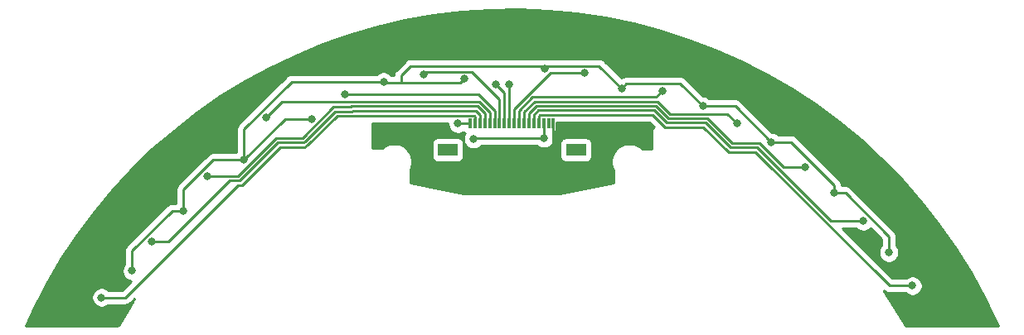
<source format=gtl>
G04 #@! TF.GenerationSoftware,KiCad,Pcbnew,(5.1.6)-1*
G04 #@! TF.CreationDate,2021-05-12T18:04:34+09:00*
G04 #@! TF.ProjectId,FollowingSensor1.0,466f6c6c-6f77-4696-9e67-53656e736f72,rev?*
G04 #@! TF.SameCoordinates,Original*
G04 #@! TF.FileFunction,Copper,L1,Top*
G04 #@! TF.FilePolarity,Positive*
%FSLAX46Y46*%
G04 Gerber Fmt 4.6, Leading zero omitted, Abs format (unit mm)*
G04 Created by KiCad (PCBNEW (5.1.6)-1) date 2021-05-12 18:04:34*
%MOMM*%
%LPD*%
G01*
G04 APERTURE LIST*
G04 #@! TA.AperFunction,SMDPad,CuDef*
%ADD10R,0.300000X1.000000*%
G04 #@! TD*
G04 #@! TA.AperFunction,SMDPad,CuDef*
%ADD11R,2.000000X1.300000*%
G04 #@! TD*
G04 #@! TA.AperFunction,ViaPad*
%ADD12C,0.800000*%
G04 #@! TD*
G04 #@! TA.AperFunction,Conductor*
%ADD13C,0.250000*%
G04 #@! TD*
G04 #@! TA.AperFunction,Conductor*
%ADD14C,0.254000*%
G04 #@! TD*
G04 APERTURE END LIST*
D10*
X153250000Y-79100000D03*
X146250000Y-79100000D03*
X153750000Y-79100000D03*
X146750000Y-79100000D03*
X148250000Y-79100000D03*
X147750000Y-79100000D03*
X152750000Y-79100000D03*
X147250000Y-79100000D03*
X151750000Y-79100000D03*
D11*
X156550000Y-81800000D03*
D10*
X150750000Y-79100000D03*
X149250000Y-79100000D03*
X145750000Y-79100000D03*
X149750000Y-79100000D03*
X151250000Y-79100000D03*
X150250000Y-79100000D03*
D11*
X143450000Y-81800000D03*
D10*
X148750000Y-79100000D03*
X154250000Y-79100000D03*
X152250000Y-79100000D03*
D12*
X153300000Y-80600000D03*
X146100000Y-80700000D03*
X146100000Y-80700000D03*
X124900000Y-78499998D03*
X111223801Y-94176199D03*
X116483945Y-88001557D03*
X122666359Y-82808336D03*
X129537485Y-78637210D03*
X144500000Y-79100000D03*
X145141315Y-74525000D03*
X153387347Y-73487347D03*
X161200000Y-75499992D03*
X169497659Y-77297659D03*
X176500000Y-81000000D03*
X182900000Y-86200000D03*
X188500000Y-92300000D03*
X136899998Y-74800000D03*
X173000000Y-79100000D03*
X149700000Y-75100000D03*
X141000000Y-74100000D03*
X157400000Y-73925010D03*
X150800000Y-82000000D03*
X149900000Y-85500000D03*
X157600000Y-83700000D03*
X142600000Y-83700000D03*
X136300000Y-80900000D03*
X163900000Y-81200000D03*
X150000000Y-67900000D03*
X102300000Y-98700000D03*
X117500000Y-80000000D03*
X136900000Y-69800000D03*
X197900000Y-98600000D03*
X190700000Y-98800000D03*
X109300000Y-98900000D03*
X163600000Y-69800000D03*
X181200000Y-78100000D03*
X191700000Y-89000000D03*
X165400000Y-75724979D03*
X148400000Y-75100000D03*
X133000000Y-76125001D03*
X190900000Y-95700000D03*
X118900000Y-84500000D03*
X185900000Y-89100000D03*
X179962660Y-83537340D03*
X108100000Y-96899999D03*
X113200000Y-91200000D03*
D13*
X153250000Y-79100000D02*
X153250000Y-80550000D01*
X153250000Y-80550000D02*
X153300000Y-80600000D01*
X153300000Y-80600000D02*
X146200000Y-80600000D01*
X146200000Y-80600000D02*
X146100000Y-80700000D01*
X126549987Y-76850011D02*
X124900000Y-78499998D01*
X147750000Y-79100000D02*
X147750000Y-77940768D01*
X147750000Y-77940768D02*
X146659243Y-76850011D01*
X146659243Y-76850011D02*
X126549987Y-76850011D01*
X115325441Y-88001557D02*
X116483945Y-88001557D01*
X111223801Y-92103197D02*
X115325441Y-88001557D01*
X111223801Y-94176199D02*
X111223801Y-92103197D01*
X119518662Y-82808336D02*
X122666359Y-82808336D01*
X116483945Y-88001557D02*
X116483945Y-85843053D01*
X116483945Y-85843053D02*
X119518662Y-82808336D01*
X122666359Y-82808336D02*
X126837485Y-78637210D01*
X126837485Y-78637210D02*
X129537485Y-78637210D01*
X145750000Y-79100000D02*
X144500000Y-79100000D01*
X169497659Y-77297659D02*
X172797659Y-77297659D01*
X172797659Y-77297659D02*
X176500000Y-81000000D01*
X182900000Y-85401678D02*
X182900000Y-86200000D01*
X176500000Y-81000000D02*
X178498322Y-81000000D01*
X178498322Y-81000000D02*
X182900000Y-85401678D01*
X188500000Y-90626998D02*
X188500000Y-92300000D01*
X182900000Y-86200000D02*
X184073002Y-86200000D01*
X184073002Y-86200000D02*
X188500000Y-90626998D01*
X167199978Y-74999978D02*
X169497659Y-77297659D01*
X161700014Y-74999978D02*
X167199978Y-74999978D01*
X161200000Y-75499992D02*
X161700014Y-74999978D01*
X122666359Y-79660637D02*
X127526996Y-74800000D01*
X122666359Y-82808336D02*
X122666359Y-79660637D01*
X127526996Y-74800000D02*
X136899998Y-74800000D01*
X136999998Y-74900000D02*
X136899998Y-74800000D01*
X138850000Y-74900000D02*
X136999998Y-74900000D01*
X153100000Y-73200000D02*
X153387347Y-73487347D01*
X144766315Y-74900000D02*
X138700000Y-74900000D01*
X145141315Y-74525000D02*
X144766315Y-74900000D01*
X139683340Y-73200000D02*
X153100000Y-73200000D01*
X138700000Y-74900000D02*
X138700000Y-74183340D01*
X138700000Y-74183340D02*
X139683340Y-73200000D01*
X153674694Y-73200000D02*
X158900008Y-73200000D01*
X158900008Y-73200000D02*
X161200000Y-75499992D01*
X153387347Y-73487347D02*
X153674694Y-73200000D01*
X166161368Y-78100000D02*
X172000000Y-78100000D01*
X164911379Y-76850011D02*
X166161368Y-78100000D01*
X151250000Y-79100000D02*
X151250000Y-77922820D01*
X172000000Y-78100000D02*
X173000000Y-79100000D01*
X152322809Y-76850011D02*
X164911379Y-76850011D01*
X151250000Y-77922820D02*
X152322809Y-76850011D01*
X149750000Y-79100000D02*
X149750000Y-75150000D01*
X149750000Y-75150000D02*
X149700000Y-75100000D01*
X141300000Y-73800000D02*
X141000000Y-74100000D01*
X145900000Y-73800000D02*
X141300000Y-73800000D01*
X148750000Y-79100000D02*
X148750000Y-76650000D01*
X148750000Y-76650000D02*
X145900000Y-73800000D01*
X150250000Y-77650000D02*
X153974990Y-73925010D01*
X153974990Y-73925010D02*
X157400000Y-73925010D01*
X150250000Y-79100000D02*
X150250000Y-77650000D01*
X154250000Y-79100000D02*
X154250000Y-81650000D01*
X154250000Y-81650000D02*
X153900000Y-82000000D01*
X153900000Y-82000000D02*
X150800000Y-82000000D01*
X150750000Y-77786410D02*
X152136410Y-76400000D01*
X150750000Y-79100000D02*
X150750000Y-77786410D01*
X164724979Y-76400000D02*
X165400000Y-75724979D01*
X152136410Y-76400000D02*
X164724979Y-76400000D01*
X149250000Y-75950000D02*
X148400000Y-75100000D01*
X149250000Y-79100000D02*
X149250000Y-75950000D01*
X148250000Y-79100000D02*
X148250000Y-77804358D01*
X148250000Y-77804358D02*
X146570643Y-76125001D01*
X146570643Y-76125001D02*
X133000000Y-76125001D01*
X164352181Y-78200044D02*
X165602168Y-79450033D01*
X165602168Y-79450033D02*
X169577213Y-79450033D01*
X190334315Y-95700000D02*
X190900000Y-95700000D01*
X152882006Y-78200044D02*
X164352181Y-78200044D01*
X169577213Y-79450033D02*
X172114339Y-81987161D01*
X152750000Y-78332050D02*
X152882006Y-78200044D01*
X152750000Y-79100000D02*
X152750000Y-78332050D01*
X172114339Y-81987161D02*
X172137564Y-82000022D01*
X188563589Y-95700000D02*
X190334315Y-95700000D01*
X174863612Y-82000022D02*
X188563589Y-95700000D01*
X172137564Y-82000022D02*
X174863612Y-82000022D01*
X122000000Y-84500000D02*
X125945252Y-80554748D01*
X147250000Y-78077178D02*
X147250000Y-79100000D01*
X125945252Y-80554748D02*
X128645252Y-80554748D01*
X128645252Y-80554748D02*
X131799977Y-77400023D01*
X133634403Y-77300022D02*
X146472844Y-77300022D01*
X118900000Y-84500000D02*
X122000000Y-84500000D01*
X131799977Y-77400023D02*
X133534402Y-77400023D01*
X146472844Y-77300022D02*
X147250000Y-78077178D01*
X133534402Y-77400023D02*
X133634403Y-77300022D01*
X182600000Y-89100000D02*
X185900000Y-89100000D01*
X175050011Y-81550011D02*
X182600000Y-89100000D01*
X172313600Y-81550011D02*
X175050011Y-81550011D01*
X164538581Y-77750033D02*
X165788568Y-79000022D01*
X152695607Y-77750033D02*
X164538581Y-77750033D01*
X152250000Y-79100000D02*
X152250000Y-78195640D01*
X165788568Y-79000022D02*
X169763612Y-79000022D01*
X152250000Y-78195640D02*
X152695607Y-77750033D01*
X169763612Y-79000022D02*
X172313600Y-81550011D01*
X175300000Y-81100000D02*
X177737340Y-83537340D01*
X172500000Y-81100000D02*
X175300000Y-81100000D01*
X177737340Y-83537340D02*
X179962660Y-83537340D01*
X164724980Y-77300022D02*
X165974968Y-78550011D01*
X165974968Y-78550011D02*
X169950011Y-78550011D01*
X151750000Y-78059230D02*
X152509208Y-77300022D01*
X151750000Y-79100000D02*
X151750000Y-78059230D01*
X169950011Y-78550011D02*
X172500000Y-81100000D01*
X152509208Y-77300022D02*
X164724980Y-77300022D01*
X132172777Y-78300045D02*
X129179394Y-81293427D01*
X122023860Y-85400022D02*
X110523883Y-96899999D01*
X122472800Y-85400022D02*
X122023860Y-85400022D01*
X110523883Y-96899999D02*
X108100000Y-96899999D01*
X129179394Y-81293427D02*
X128786714Y-81496520D01*
X128786714Y-81496520D02*
X126376302Y-81496520D01*
X133932248Y-78274999D02*
X133907202Y-78300045D01*
X126376302Y-81496520D02*
X122472800Y-85400022D01*
X133907202Y-78300045D02*
X132172777Y-78300045D01*
X146160001Y-78274999D02*
X133932248Y-78274999D01*
X146250000Y-78364998D02*
X146160001Y-78274999D01*
X146250000Y-79100000D02*
X146250000Y-78364998D01*
X146750000Y-79100000D02*
X146750000Y-78228587D01*
X122186400Y-84950011D02*
X121149989Y-84950011D01*
X133745848Y-77824988D02*
X133720802Y-77850034D01*
X121149989Y-84950011D02*
X114900000Y-91200000D01*
X131986376Y-77850034D02*
X128910596Y-80925814D01*
X128740354Y-81013863D02*
X126122548Y-81013863D01*
X114900000Y-91200000D02*
X113200000Y-91200000D01*
X146750000Y-78228587D02*
X146346401Y-77824988D01*
X146346401Y-77824988D02*
X133745848Y-77824988D01*
X128910596Y-80925814D02*
X128740354Y-81013863D01*
X126122548Y-81013863D02*
X122186400Y-84950011D01*
X133720802Y-77850034D02*
X131986376Y-77850034D01*
D14*
G36*
X153685141Y-67525876D02*
G01*
X156607561Y-67804391D01*
X159510622Y-68240534D01*
X162385857Y-68833037D01*
X165224851Y-69580163D01*
X168019270Y-70479721D01*
X170760959Y-71529083D01*
X173441872Y-72725169D01*
X176054203Y-74064498D01*
X178590280Y-75543137D01*
X181042669Y-77156753D01*
X183404215Y-78900635D01*
X185668004Y-80769679D01*
X187827394Y-82758401D01*
X189876081Y-84860997D01*
X191808062Y-87071302D01*
X193617689Y-89382857D01*
X195299662Y-91788894D01*
X196849054Y-94282361D01*
X198261335Y-96855969D01*
X199534581Y-99506785D01*
X199660913Y-99799420D01*
X190362398Y-99799420D01*
X190275665Y-99790916D01*
X190226811Y-99776166D01*
X190181752Y-99752208D01*
X190142205Y-99719954D01*
X190097408Y-99665804D01*
X190083299Y-99642669D01*
X189450765Y-98528340D01*
X189443455Y-98516307D01*
X189434173Y-98500552D01*
X188015205Y-96238866D01*
X188014494Y-96237804D01*
X188013838Y-96236695D01*
X187990943Y-96202629D01*
X187989766Y-96200979D01*
X187999790Y-96211003D01*
X188023588Y-96240001D01*
X188052586Y-96263799D01*
X188139312Y-96334974D01*
X188249522Y-96393883D01*
X188271342Y-96405546D01*
X188414603Y-96449003D01*
X188526256Y-96460000D01*
X188526265Y-96460000D01*
X188563588Y-96463676D01*
X188600911Y-96460000D01*
X190196289Y-96460000D01*
X190240226Y-96503937D01*
X190409744Y-96617205D01*
X190598102Y-96695226D01*
X190798061Y-96735000D01*
X191001939Y-96735000D01*
X191201898Y-96695226D01*
X191390256Y-96617205D01*
X191559774Y-96503937D01*
X191703937Y-96359774D01*
X191817205Y-96190256D01*
X191895226Y-96001898D01*
X191935000Y-95801939D01*
X191935000Y-95598061D01*
X191895226Y-95398102D01*
X191817205Y-95209744D01*
X191703937Y-95040226D01*
X191559774Y-94896063D01*
X191390256Y-94782795D01*
X191201898Y-94704774D01*
X191001939Y-94665000D01*
X190798061Y-94665000D01*
X190598102Y-94704774D01*
X190409744Y-94782795D01*
X190240226Y-94896063D01*
X190196289Y-94940000D01*
X188878391Y-94940000D01*
X183798391Y-89860000D01*
X185196289Y-89860000D01*
X185240226Y-89903937D01*
X185409744Y-90017205D01*
X185598102Y-90095226D01*
X185798061Y-90135000D01*
X186001939Y-90135000D01*
X186201898Y-90095226D01*
X186390256Y-90017205D01*
X186559774Y-89903937D01*
X186630956Y-89832755D01*
X187740000Y-90941800D01*
X187740001Y-91596288D01*
X187696063Y-91640226D01*
X187582795Y-91809744D01*
X187504774Y-91998102D01*
X187465000Y-92198061D01*
X187465000Y-92401939D01*
X187504774Y-92601898D01*
X187582795Y-92790256D01*
X187696063Y-92959774D01*
X187840226Y-93103937D01*
X188009744Y-93217205D01*
X188198102Y-93295226D01*
X188398061Y-93335000D01*
X188601939Y-93335000D01*
X188801898Y-93295226D01*
X188990256Y-93217205D01*
X189159774Y-93103937D01*
X189303937Y-92959774D01*
X189417205Y-92790256D01*
X189495226Y-92601898D01*
X189535000Y-92401939D01*
X189535000Y-92198061D01*
X189495226Y-91998102D01*
X189417205Y-91809744D01*
X189303937Y-91640226D01*
X189260000Y-91596289D01*
X189260000Y-90664331D01*
X189263677Y-90626998D01*
X189249003Y-90478012D01*
X189205546Y-90334751D01*
X189134974Y-90202722D01*
X189063799Y-90115995D01*
X189040001Y-90086997D01*
X189011004Y-90063200D01*
X184636806Y-85689003D01*
X184613003Y-85659999D01*
X184497278Y-85565026D01*
X184365249Y-85494454D01*
X184221988Y-85450997D01*
X184110335Y-85440000D01*
X184110324Y-85440000D01*
X184073002Y-85436324D01*
X184035680Y-85440000D01*
X183660000Y-85440000D01*
X183660000Y-85439003D01*
X183663676Y-85401678D01*
X183660000Y-85364353D01*
X183660000Y-85364345D01*
X183649003Y-85252692D01*
X183605546Y-85109431D01*
X183534974Y-84977402D01*
X183440001Y-84861677D01*
X183411004Y-84837880D01*
X179062126Y-80489003D01*
X179038323Y-80459999D01*
X178922598Y-80365026D01*
X178790569Y-80294454D01*
X178647308Y-80250997D01*
X178535655Y-80240000D01*
X178535644Y-80240000D01*
X178498322Y-80236324D01*
X178461000Y-80240000D01*
X177203711Y-80240000D01*
X177159774Y-80196063D01*
X176990256Y-80082795D01*
X176801898Y-80004774D01*
X176601939Y-79965000D01*
X176539802Y-79965000D01*
X173361463Y-76786662D01*
X173337660Y-76757658D01*
X173221935Y-76662685D01*
X173089906Y-76592113D01*
X172946645Y-76548656D01*
X172834992Y-76537659D01*
X172834981Y-76537659D01*
X172797659Y-76533983D01*
X172760337Y-76537659D01*
X170201370Y-76537659D01*
X170157433Y-76493722D01*
X169987915Y-76380454D01*
X169799557Y-76302433D01*
X169599598Y-76262659D01*
X169537461Y-76262659D01*
X167763782Y-74488981D01*
X167739979Y-74459977D01*
X167624254Y-74365004D01*
X167492225Y-74294432D01*
X167348964Y-74250975D01*
X167237311Y-74239978D01*
X167237300Y-74239978D01*
X167199978Y-74236302D01*
X167162656Y-74239978D01*
X161737347Y-74239978D01*
X161700014Y-74236301D01*
X161662681Y-74239978D01*
X161551028Y-74250975D01*
X161407767Y-74294432D01*
X161275738Y-74365004D01*
X161201082Y-74426272D01*
X159463812Y-72689003D01*
X159440009Y-72659999D01*
X159324284Y-72565026D01*
X159192255Y-72494454D01*
X159048994Y-72450997D01*
X158937341Y-72440000D01*
X158937330Y-72440000D01*
X158900008Y-72436324D01*
X158862686Y-72440000D01*
X153712016Y-72440000D01*
X153674693Y-72436324D01*
X153637370Y-72440000D01*
X153637361Y-72440000D01*
X153525708Y-72450997D01*
X153508596Y-72456188D01*
X153489286Y-72452347D01*
X153285408Y-72452347D01*
X153266098Y-72456188D01*
X153248986Y-72450997D01*
X153137333Y-72440000D01*
X153137322Y-72440000D01*
X153100000Y-72436324D01*
X153062678Y-72440000D01*
X139720665Y-72440000D01*
X139683340Y-72436324D01*
X139646015Y-72440000D01*
X139646007Y-72440000D01*
X139534354Y-72450997D01*
X139391093Y-72494454D01*
X139259064Y-72565026D01*
X139143339Y-72659999D01*
X139119541Y-72688997D01*
X138188998Y-73619541D01*
X138160000Y-73643339D01*
X138136202Y-73672337D01*
X138136201Y-73672338D01*
X138065026Y-73759064D01*
X137994454Y-73891094D01*
X137989727Y-73906679D01*
X137950997Y-74034354D01*
X137940592Y-74140000D01*
X137703709Y-74140000D01*
X137559772Y-73996063D01*
X137390254Y-73882795D01*
X137201896Y-73804774D01*
X137001937Y-73765000D01*
X136798059Y-73765000D01*
X136598100Y-73804774D01*
X136409742Y-73882795D01*
X136240224Y-73996063D01*
X136196287Y-74040000D01*
X127564321Y-74040000D01*
X127526996Y-74036324D01*
X127489671Y-74040000D01*
X127489663Y-74040000D01*
X127378010Y-74050997D01*
X127234749Y-74094454D01*
X127102720Y-74165026D01*
X126986995Y-74259999D01*
X126963197Y-74288997D01*
X122155357Y-79096838D01*
X122126359Y-79120636D01*
X122102561Y-79149634D01*
X122102560Y-79149635D01*
X122031385Y-79236361D01*
X121960813Y-79368391D01*
X121940860Y-79434170D01*
X121917357Y-79511651D01*
X121910567Y-79580594D01*
X121902683Y-79660637D01*
X121906360Y-79697969D01*
X121906359Y-82048336D01*
X119555985Y-82048336D01*
X119518662Y-82044660D01*
X119481339Y-82048336D01*
X119481329Y-82048336D01*
X119369676Y-82059333D01*
X119235613Y-82100000D01*
X119226415Y-82102790D01*
X119094385Y-82173362D01*
X119040807Y-82217333D01*
X118978661Y-82268335D01*
X118954863Y-82297333D01*
X115972943Y-85279254D01*
X115943945Y-85303052D01*
X115920147Y-85332050D01*
X115920146Y-85332051D01*
X115848971Y-85418777D01*
X115778399Y-85550807D01*
X115759334Y-85613658D01*
X115734943Y-85694067D01*
X115726903Y-85775701D01*
X115720269Y-85843053D01*
X115723946Y-85880385D01*
X115723945Y-87241557D01*
X115362764Y-87241557D01*
X115325441Y-87237881D01*
X115288118Y-87241557D01*
X115288108Y-87241557D01*
X115176455Y-87252554D01*
X115042474Y-87293196D01*
X115033194Y-87296011D01*
X114901164Y-87366583D01*
X114830997Y-87424168D01*
X114785440Y-87461556D01*
X114761642Y-87490554D01*
X110712799Y-91539398D01*
X110683801Y-91563196D01*
X110660003Y-91592194D01*
X110660002Y-91592195D01*
X110588827Y-91678921D01*
X110518255Y-91810951D01*
X110495474Y-91886053D01*
X110474799Y-91954211D01*
X110463905Y-92064816D01*
X110460125Y-92103197D01*
X110463802Y-92140529D01*
X110463801Y-93472488D01*
X110419864Y-93516425D01*
X110306596Y-93685943D01*
X110228575Y-93874301D01*
X110188801Y-94074260D01*
X110188801Y-94278138D01*
X110228575Y-94478097D01*
X110306596Y-94666455D01*
X110419864Y-94835973D01*
X110564027Y-94980136D01*
X110733545Y-95093404D01*
X110921903Y-95171425D01*
X111121862Y-95211199D01*
X111137882Y-95211199D01*
X110209082Y-96139999D01*
X108803711Y-96139999D01*
X108759774Y-96096062D01*
X108590256Y-95982794D01*
X108401898Y-95904773D01*
X108201939Y-95864999D01*
X107998061Y-95864999D01*
X107798102Y-95904773D01*
X107609744Y-95982794D01*
X107440226Y-96096062D01*
X107296063Y-96240225D01*
X107182795Y-96409743D01*
X107104774Y-96598101D01*
X107065000Y-96798060D01*
X107065000Y-97001938D01*
X107104774Y-97201897D01*
X107182795Y-97390255D01*
X107296063Y-97559773D01*
X107440226Y-97703936D01*
X107609744Y-97817204D01*
X107798102Y-97895225D01*
X107998061Y-97934999D01*
X108201939Y-97934999D01*
X108401898Y-97895225D01*
X108590256Y-97817204D01*
X108759774Y-97703936D01*
X108803711Y-97659999D01*
X110486561Y-97659999D01*
X110523883Y-97663675D01*
X110561205Y-97659999D01*
X110561216Y-97659999D01*
X110672869Y-97649002D01*
X110816130Y-97605545D01*
X110948159Y-97534973D01*
X111063884Y-97440000D01*
X111087687Y-97410996D01*
X111495275Y-97003408D01*
X111293260Y-97304518D01*
X111292580Y-97305600D01*
X111291834Y-97306651D01*
X111270048Y-97341437D01*
X109929319Y-99621390D01*
X109873976Y-99702344D01*
X109837539Y-99738078D01*
X109794860Y-99766051D01*
X109747561Y-99785202D01*
X109678538Y-99798422D01*
X109656731Y-99799420D01*
X100356141Y-99799420D01*
X101100831Y-98138067D01*
X102444711Y-95528091D01*
X103927777Y-92994594D01*
X105545673Y-90545021D01*
X107293672Y-88186524D01*
X109166652Y-85926018D01*
X111159148Y-83770093D01*
X113265316Y-81725077D01*
X115478994Y-79796954D01*
X117793700Y-77991367D01*
X120202660Y-76313601D01*
X122698838Y-74768557D01*
X125274911Y-73360768D01*
X127923336Y-72094354D01*
X130636384Y-70973013D01*
X133406103Y-70000030D01*
X136224385Y-69178254D01*
X139082969Y-68510094D01*
X141973536Y-67997495D01*
X144887571Y-67641967D01*
X147816567Y-67444547D01*
X150751959Y-67405812D01*
X153685141Y-67525876D01*
G37*
X153685141Y-67525876D02*
X156607561Y-67804391D01*
X159510622Y-68240534D01*
X162385857Y-68833037D01*
X165224851Y-69580163D01*
X168019270Y-70479721D01*
X170760959Y-71529083D01*
X173441872Y-72725169D01*
X176054203Y-74064498D01*
X178590280Y-75543137D01*
X181042669Y-77156753D01*
X183404215Y-78900635D01*
X185668004Y-80769679D01*
X187827394Y-82758401D01*
X189876081Y-84860997D01*
X191808062Y-87071302D01*
X193617689Y-89382857D01*
X195299662Y-91788894D01*
X196849054Y-94282361D01*
X198261335Y-96855969D01*
X199534581Y-99506785D01*
X199660913Y-99799420D01*
X190362398Y-99799420D01*
X190275665Y-99790916D01*
X190226811Y-99776166D01*
X190181752Y-99752208D01*
X190142205Y-99719954D01*
X190097408Y-99665804D01*
X190083299Y-99642669D01*
X189450765Y-98528340D01*
X189443455Y-98516307D01*
X189434173Y-98500552D01*
X188015205Y-96238866D01*
X188014494Y-96237804D01*
X188013838Y-96236695D01*
X187990943Y-96202629D01*
X187989766Y-96200979D01*
X187999790Y-96211003D01*
X188023588Y-96240001D01*
X188052586Y-96263799D01*
X188139312Y-96334974D01*
X188249522Y-96393883D01*
X188271342Y-96405546D01*
X188414603Y-96449003D01*
X188526256Y-96460000D01*
X188526265Y-96460000D01*
X188563588Y-96463676D01*
X188600911Y-96460000D01*
X190196289Y-96460000D01*
X190240226Y-96503937D01*
X190409744Y-96617205D01*
X190598102Y-96695226D01*
X190798061Y-96735000D01*
X191001939Y-96735000D01*
X191201898Y-96695226D01*
X191390256Y-96617205D01*
X191559774Y-96503937D01*
X191703937Y-96359774D01*
X191817205Y-96190256D01*
X191895226Y-96001898D01*
X191935000Y-95801939D01*
X191935000Y-95598061D01*
X191895226Y-95398102D01*
X191817205Y-95209744D01*
X191703937Y-95040226D01*
X191559774Y-94896063D01*
X191390256Y-94782795D01*
X191201898Y-94704774D01*
X191001939Y-94665000D01*
X190798061Y-94665000D01*
X190598102Y-94704774D01*
X190409744Y-94782795D01*
X190240226Y-94896063D01*
X190196289Y-94940000D01*
X188878391Y-94940000D01*
X183798391Y-89860000D01*
X185196289Y-89860000D01*
X185240226Y-89903937D01*
X185409744Y-90017205D01*
X185598102Y-90095226D01*
X185798061Y-90135000D01*
X186001939Y-90135000D01*
X186201898Y-90095226D01*
X186390256Y-90017205D01*
X186559774Y-89903937D01*
X186630956Y-89832755D01*
X187740000Y-90941800D01*
X187740001Y-91596288D01*
X187696063Y-91640226D01*
X187582795Y-91809744D01*
X187504774Y-91998102D01*
X187465000Y-92198061D01*
X187465000Y-92401939D01*
X187504774Y-92601898D01*
X187582795Y-92790256D01*
X187696063Y-92959774D01*
X187840226Y-93103937D01*
X188009744Y-93217205D01*
X188198102Y-93295226D01*
X188398061Y-93335000D01*
X188601939Y-93335000D01*
X188801898Y-93295226D01*
X188990256Y-93217205D01*
X189159774Y-93103937D01*
X189303937Y-92959774D01*
X189417205Y-92790256D01*
X189495226Y-92601898D01*
X189535000Y-92401939D01*
X189535000Y-92198061D01*
X189495226Y-91998102D01*
X189417205Y-91809744D01*
X189303937Y-91640226D01*
X189260000Y-91596289D01*
X189260000Y-90664331D01*
X189263677Y-90626998D01*
X189249003Y-90478012D01*
X189205546Y-90334751D01*
X189134974Y-90202722D01*
X189063799Y-90115995D01*
X189040001Y-90086997D01*
X189011004Y-90063200D01*
X184636806Y-85689003D01*
X184613003Y-85659999D01*
X184497278Y-85565026D01*
X184365249Y-85494454D01*
X184221988Y-85450997D01*
X184110335Y-85440000D01*
X184110324Y-85440000D01*
X184073002Y-85436324D01*
X184035680Y-85440000D01*
X183660000Y-85440000D01*
X183660000Y-85439003D01*
X183663676Y-85401678D01*
X183660000Y-85364353D01*
X183660000Y-85364345D01*
X183649003Y-85252692D01*
X183605546Y-85109431D01*
X183534974Y-84977402D01*
X183440001Y-84861677D01*
X183411004Y-84837880D01*
X179062126Y-80489003D01*
X179038323Y-80459999D01*
X178922598Y-80365026D01*
X178790569Y-80294454D01*
X178647308Y-80250997D01*
X178535655Y-80240000D01*
X178535644Y-80240000D01*
X178498322Y-80236324D01*
X178461000Y-80240000D01*
X177203711Y-80240000D01*
X177159774Y-80196063D01*
X176990256Y-80082795D01*
X176801898Y-80004774D01*
X176601939Y-79965000D01*
X176539802Y-79965000D01*
X173361463Y-76786662D01*
X173337660Y-76757658D01*
X173221935Y-76662685D01*
X173089906Y-76592113D01*
X172946645Y-76548656D01*
X172834992Y-76537659D01*
X172834981Y-76537659D01*
X172797659Y-76533983D01*
X172760337Y-76537659D01*
X170201370Y-76537659D01*
X170157433Y-76493722D01*
X169987915Y-76380454D01*
X169799557Y-76302433D01*
X169599598Y-76262659D01*
X169537461Y-76262659D01*
X167763782Y-74488981D01*
X167739979Y-74459977D01*
X167624254Y-74365004D01*
X167492225Y-74294432D01*
X167348964Y-74250975D01*
X167237311Y-74239978D01*
X167237300Y-74239978D01*
X167199978Y-74236302D01*
X167162656Y-74239978D01*
X161737347Y-74239978D01*
X161700014Y-74236301D01*
X161662681Y-74239978D01*
X161551028Y-74250975D01*
X161407767Y-74294432D01*
X161275738Y-74365004D01*
X161201082Y-74426272D01*
X159463812Y-72689003D01*
X159440009Y-72659999D01*
X159324284Y-72565026D01*
X159192255Y-72494454D01*
X159048994Y-72450997D01*
X158937341Y-72440000D01*
X158937330Y-72440000D01*
X158900008Y-72436324D01*
X158862686Y-72440000D01*
X153712016Y-72440000D01*
X153674693Y-72436324D01*
X153637370Y-72440000D01*
X153637361Y-72440000D01*
X153525708Y-72450997D01*
X153508596Y-72456188D01*
X153489286Y-72452347D01*
X153285408Y-72452347D01*
X153266098Y-72456188D01*
X153248986Y-72450997D01*
X153137333Y-72440000D01*
X153137322Y-72440000D01*
X153100000Y-72436324D01*
X153062678Y-72440000D01*
X139720665Y-72440000D01*
X139683340Y-72436324D01*
X139646015Y-72440000D01*
X139646007Y-72440000D01*
X139534354Y-72450997D01*
X139391093Y-72494454D01*
X139259064Y-72565026D01*
X139143339Y-72659999D01*
X139119541Y-72688997D01*
X138188998Y-73619541D01*
X138160000Y-73643339D01*
X138136202Y-73672337D01*
X138136201Y-73672338D01*
X138065026Y-73759064D01*
X137994454Y-73891094D01*
X137989727Y-73906679D01*
X137950997Y-74034354D01*
X137940592Y-74140000D01*
X137703709Y-74140000D01*
X137559772Y-73996063D01*
X137390254Y-73882795D01*
X137201896Y-73804774D01*
X137001937Y-73765000D01*
X136798059Y-73765000D01*
X136598100Y-73804774D01*
X136409742Y-73882795D01*
X136240224Y-73996063D01*
X136196287Y-74040000D01*
X127564321Y-74040000D01*
X127526996Y-74036324D01*
X127489671Y-74040000D01*
X127489663Y-74040000D01*
X127378010Y-74050997D01*
X127234749Y-74094454D01*
X127102720Y-74165026D01*
X126986995Y-74259999D01*
X126963197Y-74288997D01*
X122155357Y-79096838D01*
X122126359Y-79120636D01*
X122102561Y-79149634D01*
X122102560Y-79149635D01*
X122031385Y-79236361D01*
X121960813Y-79368391D01*
X121940860Y-79434170D01*
X121917357Y-79511651D01*
X121910567Y-79580594D01*
X121902683Y-79660637D01*
X121906360Y-79697969D01*
X121906359Y-82048336D01*
X119555985Y-82048336D01*
X119518662Y-82044660D01*
X119481339Y-82048336D01*
X119481329Y-82048336D01*
X119369676Y-82059333D01*
X119235613Y-82100000D01*
X119226415Y-82102790D01*
X119094385Y-82173362D01*
X119040807Y-82217333D01*
X118978661Y-82268335D01*
X118954863Y-82297333D01*
X115972943Y-85279254D01*
X115943945Y-85303052D01*
X115920147Y-85332050D01*
X115920146Y-85332051D01*
X115848971Y-85418777D01*
X115778399Y-85550807D01*
X115759334Y-85613658D01*
X115734943Y-85694067D01*
X115726903Y-85775701D01*
X115720269Y-85843053D01*
X115723946Y-85880385D01*
X115723945Y-87241557D01*
X115362764Y-87241557D01*
X115325441Y-87237881D01*
X115288118Y-87241557D01*
X115288108Y-87241557D01*
X115176455Y-87252554D01*
X115042474Y-87293196D01*
X115033194Y-87296011D01*
X114901164Y-87366583D01*
X114830997Y-87424168D01*
X114785440Y-87461556D01*
X114761642Y-87490554D01*
X110712799Y-91539398D01*
X110683801Y-91563196D01*
X110660003Y-91592194D01*
X110660002Y-91592195D01*
X110588827Y-91678921D01*
X110518255Y-91810951D01*
X110495474Y-91886053D01*
X110474799Y-91954211D01*
X110463905Y-92064816D01*
X110460125Y-92103197D01*
X110463802Y-92140529D01*
X110463801Y-93472488D01*
X110419864Y-93516425D01*
X110306596Y-93685943D01*
X110228575Y-93874301D01*
X110188801Y-94074260D01*
X110188801Y-94278138D01*
X110228575Y-94478097D01*
X110306596Y-94666455D01*
X110419864Y-94835973D01*
X110564027Y-94980136D01*
X110733545Y-95093404D01*
X110921903Y-95171425D01*
X111121862Y-95211199D01*
X111137882Y-95211199D01*
X110209082Y-96139999D01*
X108803711Y-96139999D01*
X108759774Y-96096062D01*
X108590256Y-95982794D01*
X108401898Y-95904773D01*
X108201939Y-95864999D01*
X107998061Y-95864999D01*
X107798102Y-95904773D01*
X107609744Y-95982794D01*
X107440226Y-96096062D01*
X107296063Y-96240225D01*
X107182795Y-96409743D01*
X107104774Y-96598101D01*
X107065000Y-96798060D01*
X107065000Y-97001938D01*
X107104774Y-97201897D01*
X107182795Y-97390255D01*
X107296063Y-97559773D01*
X107440226Y-97703936D01*
X107609744Y-97817204D01*
X107798102Y-97895225D01*
X107998061Y-97934999D01*
X108201939Y-97934999D01*
X108401898Y-97895225D01*
X108590256Y-97817204D01*
X108759774Y-97703936D01*
X108803711Y-97659999D01*
X110486561Y-97659999D01*
X110523883Y-97663675D01*
X110561205Y-97659999D01*
X110561216Y-97659999D01*
X110672869Y-97649002D01*
X110816130Y-97605545D01*
X110948159Y-97534973D01*
X111063884Y-97440000D01*
X111087687Y-97410996D01*
X111495275Y-97003408D01*
X111293260Y-97304518D01*
X111292580Y-97305600D01*
X111291834Y-97306651D01*
X111270048Y-97341437D01*
X109929319Y-99621390D01*
X109873976Y-99702344D01*
X109837539Y-99738078D01*
X109794860Y-99766051D01*
X109747561Y-99785202D01*
X109678538Y-99798422D01*
X109656731Y-99799420D01*
X100356141Y-99799420D01*
X101100831Y-98138067D01*
X102444711Y-95528091D01*
X103927777Y-92994594D01*
X105545673Y-90545021D01*
X107293672Y-88186524D01*
X109166652Y-85926018D01*
X111159148Y-83770093D01*
X113265316Y-81725077D01*
X115478994Y-79796954D01*
X117793700Y-77991367D01*
X120202660Y-76313601D01*
X122698838Y-74768557D01*
X125274911Y-73360768D01*
X127923336Y-72094354D01*
X130636384Y-70973013D01*
X133406103Y-70000030D01*
X136224385Y-69178254D01*
X139082969Y-68510094D01*
X141973536Y-67997495D01*
X144887571Y-67641967D01*
X147816567Y-67444547D01*
X150751959Y-67405812D01*
X153685141Y-67525876D01*
G36*
X164520237Y-79442903D02*
G01*
X164477762Y-79477762D01*
X164385913Y-79589680D01*
X164317663Y-79717367D01*
X164275635Y-79855915D01*
X164261444Y-80000000D01*
X164265001Y-80036115D01*
X164265001Y-81673000D01*
X163283734Y-81673000D01*
X163176800Y-81566066D01*
X162874441Y-81364036D01*
X162538478Y-81224876D01*
X162181822Y-81153932D01*
X161818178Y-81153932D01*
X161461522Y-81224876D01*
X161125559Y-81364036D01*
X160823200Y-81566066D01*
X160566066Y-81823200D01*
X160364036Y-82125559D01*
X160224876Y-82461522D01*
X160153932Y-82818178D01*
X160153932Y-83181822D01*
X160224876Y-83538478D01*
X160364036Y-83874441D01*
X160373000Y-83887857D01*
X160373000Y-85175844D01*
X154927221Y-86265000D01*
X145072784Y-86265000D01*
X139627000Y-85175844D01*
X139627000Y-83887857D01*
X139635964Y-83874441D01*
X139775124Y-83538478D01*
X139846068Y-83181822D01*
X139846068Y-82818178D01*
X139775124Y-82461522D01*
X139635964Y-82125559D01*
X139433934Y-81823200D01*
X139176800Y-81566066D01*
X138874441Y-81364036D01*
X138538478Y-81224876D01*
X138181822Y-81153932D01*
X137818178Y-81153932D01*
X137461522Y-81224876D01*
X137125559Y-81364036D01*
X136823200Y-81566066D01*
X136816266Y-81573000D01*
X135735000Y-81573000D01*
X135735000Y-81150000D01*
X141811928Y-81150000D01*
X141811928Y-82450000D01*
X141824188Y-82574482D01*
X141860498Y-82694180D01*
X141919463Y-82804494D01*
X141998815Y-82901185D01*
X142095506Y-82980537D01*
X142205820Y-83039502D01*
X142325518Y-83075812D01*
X142450000Y-83088072D01*
X144450000Y-83088072D01*
X144574482Y-83075812D01*
X144694180Y-83039502D01*
X144804494Y-82980537D01*
X144901185Y-82901185D01*
X144980537Y-82804494D01*
X145039502Y-82694180D01*
X145075812Y-82574482D01*
X145088072Y-82450000D01*
X145088072Y-81150000D01*
X145075812Y-81025518D01*
X145039502Y-80905820D01*
X144980537Y-80795506D01*
X144901185Y-80698815D01*
X144804494Y-80619463D01*
X144694180Y-80560498D01*
X144574482Y-80524188D01*
X144450000Y-80511928D01*
X142450000Y-80511928D01*
X142325518Y-80524188D01*
X142205820Y-80560498D01*
X142095506Y-80619463D01*
X141998815Y-80698815D01*
X141919463Y-80795506D01*
X141860498Y-80905820D01*
X141824188Y-81025518D01*
X141811928Y-81150000D01*
X135735000Y-81150000D01*
X135735000Y-80036105D01*
X135738556Y-80000000D01*
X135727000Y-79882669D01*
X135727000Y-79034999D01*
X143465000Y-79034999D01*
X143465000Y-79201939D01*
X143504774Y-79401898D01*
X143582795Y-79590256D01*
X143696063Y-79759774D01*
X143840226Y-79903937D01*
X144009744Y-80017205D01*
X144198102Y-80095226D01*
X144398061Y-80135000D01*
X144601939Y-80135000D01*
X144801898Y-80095226D01*
X144990256Y-80017205D01*
X145074650Y-79960815D01*
X145148815Y-80051185D01*
X145239185Y-80125350D01*
X145182795Y-80209744D01*
X145104774Y-80398102D01*
X145065000Y-80598061D01*
X145065000Y-80801939D01*
X145104774Y-81001898D01*
X145182795Y-81190256D01*
X145296063Y-81359774D01*
X145440226Y-81503937D01*
X145609744Y-81617205D01*
X145798102Y-81695226D01*
X145998061Y-81735000D01*
X146201939Y-81735000D01*
X146401898Y-81695226D01*
X146590256Y-81617205D01*
X146759774Y-81503937D01*
X146903711Y-81360000D01*
X152596289Y-81360000D01*
X152640226Y-81403937D01*
X152809744Y-81517205D01*
X152998102Y-81595226D01*
X153198061Y-81635000D01*
X153401939Y-81635000D01*
X153601898Y-81595226D01*
X153790256Y-81517205D01*
X153959774Y-81403937D01*
X154103937Y-81259774D01*
X154177285Y-81150000D01*
X154911928Y-81150000D01*
X154911928Y-82450000D01*
X154924188Y-82574482D01*
X154960498Y-82694180D01*
X155019463Y-82804494D01*
X155098815Y-82901185D01*
X155195506Y-82980537D01*
X155305820Y-83039502D01*
X155425518Y-83075812D01*
X155550000Y-83088072D01*
X157550000Y-83088072D01*
X157674482Y-83075812D01*
X157794180Y-83039502D01*
X157904494Y-82980537D01*
X158001185Y-82901185D01*
X158080537Y-82804494D01*
X158139502Y-82694180D01*
X158175812Y-82574482D01*
X158188072Y-82450000D01*
X158188072Y-81150000D01*
X158175812Y-81025518D01*
X158139502Y-80905820D01*
X158080537Y-80795506D01*
X158001185Y-80698815D01*
X157904494Y-80619463D01*
X157794180Y-80560498D01*
X157674482Y-80524188D01*
X157550000Y-80511928D01*
X155550000Y-80511928D01*
X155425518Y-80524188D01*
X155305820Y-80560498D01*
X155195506Y-80619463D01*
X155098815Y-80698815D01*
X155019463Y-80795506D01*
X154960498Y-80905820D01*
X154924188Y-81025518D01*
X154911928Y-81150000D01*
X154177285Y-81150000D01*
X154217205Y-81090256D01*
X154295226Y-80901898D01*
X154335000Y-80701939D01*
X154335000Y-80498061D01*
X154295226Y-80298102D01*
X154231016Y-80143086D01*
X154254494Y-80130537D01*
X154351185Y-80051185D01*
X154430537Y-79954494D01*
X154489502Y-79844180D01*
X154525812Y-79724482D01*
X154538072Y-79600000D01*
X154538072Y-78960044D01*
X164037379Y-78960044D01*
X164520237Y-79442903D01*
G37*
X164520237Y-79442903D02*
X164477762Y-79477762D01*
X164385913Y-79589680D01*
X164317663Y-79717367D01*
X164275635Y-79855915D01*
X164261444Y-80000000D01*
X164265001Y-80036115D01*
X164265001Y-81673000D01*
X163283734Y-81673000D01*
X163176800Y-81566066D01*
X162874441Y-81364036D01*
X162538478Y-81224876D01*
X162181822Y-81153932D01*
X161818178Y-81153932D01*
X161461522Y-81224876D01*
X161125559Y-81364036D01*
X160823200Y-81566066D01*
X160566066Y-81823200D01*
X160364036Y-82125559D01*
X160224876Y-82461522D01*
X160153932Y-82818178D01*
X160153932Y-83181822D01*
X160224876Y-83538478D01*
X160364036Y-83874441D01*
X160373000Y-83887857D01*
X160373000Y-85175844D01*
X154927221Y-86265000D01*
X145072784Y-86265000D01*
X139627000Y-85175844D01*
X139627000Y-83887857D01*
X139635964Y-83874441D01*
X139775124Y-83538478D01*
X139846068Y-83181822D01*
X139846068Y-82818178D01*
X139775124Y-82461522D01*
X139635964Y-82125559D01*
X139433934Y-81823200D01*
X139176800Y-81566066D01*
X138874441Y-81364036D01*
X138538478Y-81224876D01*
X138181822Y-81153932D01*
X137818178Y-81153932D01*
X137461522Y-81224876D01*
X137125559Y-81364036D01*
X136823200Y-81566066D01*
X136816266Y-81573000D01*
X135735000Y-81573000D01*
X135735000Y-81150000D01*
X141811928Y-81150000D01*
X141811928Y-82450000D01*
X141824188Y-82574482D01*
X141860498Y-82694180D01*
X141919463Y-82804494D01*
X141998815Y-82901185D01*
X142095506Y-82980537D01*
X142205820Y-83039502D01*
X142325518Y-83075812D01*
X142450000Y-83088072D01*
X144450000Y-83088072D01*
X144574482Y-83075812D01*
X144694180Y-83039502D01*
X144804494Y-82980537D01*
X144901185Y-82901185D01*
X144980537Y-82804494D01*
X145039502Y-82694180D01*
X145075812Y-82574482D01*
X145088072Y-82450000D01*
X145088072Y-81150000D01*
X145075812Y-81025518D01*
X145039502Y-80905820D01*
X144980537Y-80795506D01*
X144901185Y-80698815D01*
X144804494Y-80619463D01*
X144694180Y-80560498D01*
X144574482Y-80524188D01*
X144450000Y-80511928D01*
X142450000Y-80511928D01*
X142325518Y-80524188D01*
X142205820Y-80560498D01*
X142095506Y-80619463D01*
X141998815Y-80698815D01*
X141919463Y-80795506D01*
X141860498Y-80905820D01*
X141824188Y-81025518D01*
X141811928Y-81150000D01*
X135735000Y-81150000D01*
X135735000Y-80036105D01*
X135738556Y-80000000D01*
X135727000Y-79882669D01*
X135727000Y-79034999D01*
X143465000Y-79034999D01*
X143465000Y-79201939D01*
X143504774Y-79401898D01*
X143582795Y-79590256D01*
X143696063Y-79759774D01*
X143840226Y-79903937D01*
X144009744Y-80017205D01*
X144198102Y-80095226D01*
X144398061Y-80135000D01*
X144601939Y-80135000D01*
X144801898Y-80095226D01*
X144990256Y-80017205D01*
X145074650Y-79960815D01*
X145148815Y-80051185D01*
X145239185Y-80125350D01*
X145182795Y-80209744D01*
X145104774Y-80398102D01*
X145065000Y-80598061D01*
X145065000Y-80801939D01*
X145104774Y-81001898D01*
X145182795Y-81190256D01*
X145296063Y-81359774D01*
X145440226Y-81503937D01*
X145609744Y-81617205D01*
X145798102Y-81695226D01*
X145998061Y-81735000D01*
X146201939Y-81735000D01*
X146401898Y-81695226D01*
X146590256Y-81617205D01*
X146759774Y-81503937D01*
X146903711Y-81360000D01*
X152596289Y-81360000D01*
X152640226Y-81403937D01*
X152809744Y-81517205D01*
X152998102Y-81595226D01*
X153198061Y-81635000D01*
X153401939Y-81635000D01*
X153601898Y-81595226D01*
X153790256Y-81517205D01*
X153959774Y-81403937D01*
X154103937Y-81259774D01*
X154177285Y-81150000D01*
X154911928Y-81150000D01*
X154911928Y-82450000D01*
X154924188Y-82574482D01*
X154960498Y-82694180D01*
X155019463Y-82804494D01*
X155098815Y-82901185D01*
X155195506Y-82980537D01*
X155305820Y-83039502D01*
X155425518Y-83075812D01*
X155550000Y-83088072D01*
X157550000Y-83088072D01*
X157674482Y-83075812D01*
X157794180Y-83039502D01*
X157904494Y-82980537D01*
X158001185Y-82901185D01*
X158080537Y-82804494D01*
X158139502Y-82694180D01*
X158175812Y-82574482D01*
X158188072Y-82450000D01*
X158188072Y-81150000D01*
X158175812Y-81025518D01*
X158139502Y-80905820D01*
X158080537Y-80795506D01*
X158001185Y-80698815D01*
X157904494Y-80619463D01*
X157794180Y-80560498D01*
X157674482Y-80524188D01*
X157550000Y-80511928D01*
X155550000Y-80511928D01*
X155425518Y-80524188D01*
X155305820Y-80560498D01*
X155195506Y-80619463D01*
X155098815Y-80698815D01*
X155019463Y-80795506D01*
X154960498Y-80905820D01*
X154924188Y-81025518D01*
X154911928Y-81150000D01*
X154177285Y-81150000D01*
X154217205Y-81090256D01*
X154295226Y-80901898D01*
X154335000Y-80701939D01*
X154335000Y-80498061D01*
X154295226Y-80298102D01*
X154231016Y-80143086D01*
X154254494Y-80130537D01*
X154351185Y-80051185D01*
X154430537Y-79954494D01*
X154489502Y-79844180D01*
X154525812Y-79724482D01*
X154538072Y-79600000D01*
X154538072Y-78960044D01*
X164037379Y-78960044D01*
X164520237Y-79442903D01*
M02*

</source>
